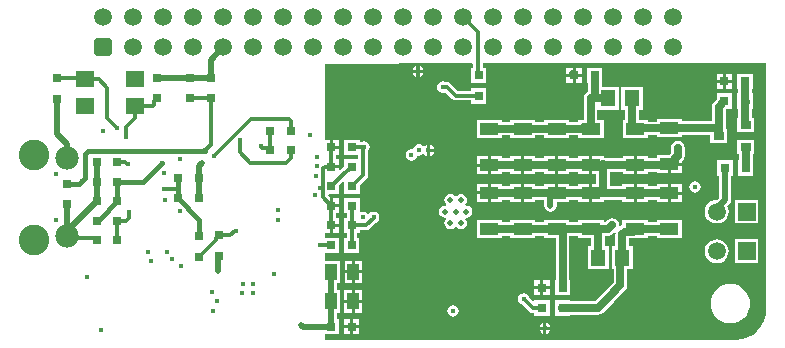
<source format=gbl>
G04*
G04 #@! TF.GenerationSoftware,Altium Limited,Altium Designer,20.2.5 (213)*
G04*
G04 Layer_Physical_Order=4*
G04 Layer_Color=16711680*
%FSLAX42Y42*%
%MOMM*%
G71*
G04*
G04 #@! TF.SameCoordinates,6F224850-DB23-45E0-B5EC-48CDDA7698CB*
G04*
G04*
G04 #@! TF.FilePolarity,Positive*
G04*
G01*
G75*
%ADD70R,0.95X0.65*%
%ADD71R,0.80X0.80*%
%ADD77R,0.80X0.80*%
%ADD91C,0.51*%
%ADD92C,0.64*%
%ADD93C,0.30*%
%ADD94C,0.43*%
%ADD95C,1.50*%
G04:AMPARAMS|DCode=96|XSize=1.5mm|YSize=1.5mm|CornerRadius=0.23mm|HoleSize=0mm|Usage=FLASHONLY|Rotation=0.000|XOffset=0mm|YOffset=0mm|HoleType=Round|Shape=RoundedRectangle|*
%AMROUNDEDRECTD96*
21,1,1.50,1.05,0,0,0.0*
21,1,1.05,1.50,0,0,0.0*
1,1,0.45,0.53,-0.53*
1,1,0.45,-0.53,-0.53*
1,1,0.45,-0.53,0.53*
1,1,0.45,0.53,0.53*
%
%ADD96ROUNDEDRECTD96*%
%ADD97R,1.50X1.50*%
%ADD98C,2.59*%
%ADD99C,1.97*%
%ADD100C,0.40*%
%ADD101C,0.45*%
%ADD102C,0.50*%
%ADD103R,1.30X1.40*%
%ADD104R,1.60X1.40*%
%ADD105R,1.65X1.02*%
%ADD106R,1.02X1.40*%
G36*
X6454Y300D02*
X6454Y297D01*
X6450Y250D01*
X6435Y203D01*
X6412Y159D01*
X6380Y120D01*
X6341Y88D01*
X6297Y65D01*
X6250Y50D01*
X6201Y46D01*
X6200Y46D01*
Y46D01*
X6195Y45D01*
X2720D01*
Y90D01*
X2835D01*
Y220D01*
X2822D01*
Y275D01*
X2844D01*
Y465D01*
X2822D01*
Y525D01*
X2846D01*
Y715D01*
X2720D01*
X2720Y780D01*
X2835D01*
Y910D01*
X2720D01*
Y947D01*
X2760D01*
Y1013D01*
X2772D01*
Y1025D01*
X2838D01*
Y1078D01*
X2814D01*
Y1115D01*
X2838D01*
Y1167D01*
X2773D01*
Y1180D01*
X2760D01*
Y1251D01*
X2744Y1267D01*
X2749Y1280D01*
X2838D01*
Y1352D01*
X2870Y1384D01*
X2882Y1379D01*
Y1280D01*
X3013D01*
Y1352D01*
X3023Y1362D01*
X3023Y1362D01*
X3072Y1411D01*
X3081Y1424D01*
X3084Y1440D01*
Y1643D01*
X3093Y1656D01*
X3096Y1675D01*
X3093Y1694D01*
X3082Y1710D01*
X3066Y1720D01*
X3048Y1724D01*
X3029Y1720D01*
X3026Y1718D01*
X3013Y1722D01*
Y1740D01*
X2882D01*
Y1610D01*
X3001D01*
Y1575D01*
X2880D01*
Y1511D01*
X2847Y1478D01*
X2835Y1483D01*
Y1497D01*
X2770D01*
Y1523D01*
X2835D01*
Y1575D01*
X2813D01*
Y1610D01*
X2838D01*
Y1662D01*
X2772D01*
Y1675D01*
X2760D01*
Y1740D01*
X2720D01*
Y2377D01*
X3967Y2390D01*
X3976Y2381D01*
Y2348D01*
X3955D01*
Y2217D01*
X4085D01*
Y2348D01*
X4059D01*
Y2391D01*
X4197Y2392D01*
X6454D01*
Y300D01*
D02*
G37*
%LPC*%
G36*
X3519Y2363D02*
Y2329D01*
X3552D01*
X3551Y2335D01*
X3541Y2351D01*
X3525Y2362D01*
X3519Y2363D01*
D02*
G37*
G36*
X3493D02*
X3487Y2362D01*
X3472Y2351D01*
X3461Y2335D01*
X3460Y2329D01*
X3493D01*
Y2363D01*
D02*
G37*
G36*
X4893Y2348D02*
X4840D01*
Y2295D01*
X4893D01*
Y2348D01*
D02*
G37*
G36*
X4815Y2348D02*
X4814Y2348D01*
X4762D01*
Y2296D01*
X4762Y2295D01*
X4815D01*
Y2348D01*
D02*
G37*
G36*
X3552Y2304D02*
X3519D01*
Y2270D01*
X3525Y2272D01*
X3541Y2282D01*
X3551Y2298D01*
X3552Y2304D01*
D02*
G37*
G36*
X3493D02*
X3460D01*
X3461Y2298D01*
X3472Y2282D01*
X3487Y2272D01*
X3493Y2270D01*
Y2304D01*
D02*
G37*
G36*
X6165Y2298D02*
X6113D01*
Y2245D01*
X6165D01*
Y2298D01*
D02*
G37*
G36*
X6087D02*
X6035D01*
Y2245D01*
X6087D01*
Y2298D01*
D02*
G37*
G36*
X4893Y2270D02*
X4840D01*
Y2217D01*
X4893D01*
Y2270D01*
D02*
G37*
G36*
X4815D02*
X4762D01*
Y2217D01*
X4815D01*
Y2270D01*
D02*
G37*
G36*
X6165Y2220D02*
X6113D01*
Y2167D01*
X6165D01*
Y2220D01*
D02*
G37*
G36*
X6087D02*
X6035D01*
Y2167D01*
X6087D01*
Y2220D01*
D02*
G37*
G36*
X3715Y2234D02*
X3696Y2230D01*
X3680Y2220D01*
X3670Y2204D01*
X3666Y2185D01*
X3670Y2166D01*
X3680Y2150D01*
X3696Y2140D01*
X3715Y2136D01*
X3734Y2140D01*
X3738Y2143D01*
X3798Y2083D01*
X3798Y2083D01*
X3812Y2074D01*
X3828Y2071D01*
X3955D01*
Y2042D01*
X4085D01*
Y2173D01*
X3955D01*
Y2154D01*
X3845D01*
X3784Y2214D01*
X3771Y2223D01*
X3755Y2226D01*
X3739D01*
X3734Y2230D01*
X3715Y2234D01*
D02*
G37*
G36*
X5068Y2348D02*
X4937D01*
Y2217D01*
X4944D01*
Y2143D01*
X4926Y2131D01*
X4914Y2112D01*
X4909Y2090D01*
Y1906D01*
X4862D01*
Y1891D01*
X4788D01*
Y1906D01*
X4572D01*
Y1891D01*
X4500D01*
Y1906D01*
X4285D01*
Y1891D01*
X4218D01*
Y1903D01*
X4002D01*
Y1751D01*
X4218D01*
Y1774D01*
X4285D01*
Y1754D01*
X4500D01*
Y1774D01*
X4572D01*
Y1754D01*
X4788D01*
Y1774D01*
X4862D01*
Y1754D01*
X5078D01*
Y1906D01*
X5026D01*
Y1992D01*
X5205D01*
Y2183D01*
X5061D01*
Y2217D01*
X5068D01*
Y2348D01*
D02*
G37*
G36*
X6340Y2298D02*
X6210D01*
Y2167D01*
X6217D01*
Y2130D01*
X6210D01*
Y2000D01*
X6217D01*
Y1923D01*
X6210D01*
Y1807D01*
X6274D01*
X6276Y1807D01*
X6283D01*
X6284Y1807D01*
X6355D01*
Y1923D01*
X6333D01*
Y2000D01*
X6340D01*
Y2051D01*
X6342Y2057D01*
X6340Y2062D01*
Y2130D01*
X6333D01*
Y2167D01*
X6340D01*
Y2298D01*
D02*
G37*
G36*
X5409Y2183D02*
X5228D01*
Y1992D01*
X5260D01*
Y1908D01*
X5240D01*
Y1756D01*
X5455D01*
Y1775D01*
X5527D01*
Y1759D01*
X5743D01*
Y1777D01*
X5980D01*
Y1712D01*
X6051D01*
X6053Y1712D01*
X6054Y1712D01*
X6125D01*
Y1828D01*
X6111D01*
Y1993D01*
X6117Y2000D01*
X6165D01*
Y2130D01*
X6035D01*
Y2082D01*
X6011Y2059D01*
X5999Y2040D01*
X5994Y2017D01*
Y1893D01*
X5743D01*
Y1911D01*
X5527D01*
Y1892D01*
X5455D01*
Y1908D01*
X5376D01*
Y1992D01*
X5409D01*
Y2183D01*
D02*
G37*
G36*
X2838Y1740D02*
X2785D01*
Y1688D01*
X2838D01*
Y1740D01*
D02*
G37*
G36*
X3608Y1694D02*
Y1660D01*
X3641D01*
X3640Y1666D01*
X3630Y1682D01*
X3614Y1693D01*
X3608Y1694D01*
D02*
G37*
G36*
X3512Y1701D02*
X3494Y1698D01*
X3478Y1687D01*
X3467Y1671D01*
X3464Y1656D01*
X3450Y1659D01*
X3431Y1655D01*
X3415Y1645D01*
X3405Y1629D01*
X3401Y1610D01*
X3405Y1591D01*
X3415Y1575D01*
X3431Y1565D01*
X3450Y1561D01*
X3469Y1565D01*
X3485Y1575D01*
X3495Y1591D01*
X3498Y1607D01*
X3512Y1604D01*
X3531Y1607D01*
X3543Y1616D01*
X3559Y1615D01*
X3560Y1613D01*
X3576Y1602D01*
X3582Y1601D01*
Y1648D01*
Y1694D01*
X3576Y1693D01*
X3564Y1684D01*
X3548Y1685D01*
X3547Y1687D01*
X3531Y1698D01*
X3512Y1701D01*
D02*
G37*
G36*
X3641Y1635D02*
X3608D01*
Y1601D01*
X3614Y1602D01*
X3630Y1613D01*
X3640Y1629D01*
X3641Y1635D01*
D02*
G37*
G36*
X5705Y1728D02*
X5683Y1724D01*
X5664Y1711D01*
X5651Y1692D01*
X5647Y1670D01*
Y1624D01*
X5645Y1622D01*
X5634Y1606D01*
X5527D01*
Y1586D01*
X5455D01*
Y1604D01*
X5360D01*
Y1527D01*
Y1451D01*
X5455D01*
Y1469D01*
X5527D01*
Y1454D01*
X5622D01*
Y1530D01*
X5635D01*
Y1543D01*
X5743D01*
Y1544D01*
X5744Y1549D01*
Y1557D01*
X5746Y1559D01*
X5759Y1578D01*
X5763Y1600D01*
Y1670D01*
X5759Y1692D01*
X5746Y1711D01*
X5727Y1724D01*
X5705Y1728D01*
D02*
G37*
G36*
X5335Y1604D02*
X5240D01*
Y1586D01*
X5082D01*
X5078Y1587D01*
Y1601D01*
X4983D01*
Y1525D01*
Y1449D01*
X5012D01*
Y1366D01*
X4983D01*
Y1290D01*
Y1214D01*
X5078D01*
Y1229D01*
X5237D01*
Y1209D01*
X5332D01*
Y1285D01*
Y1361D01*
X5237D01*
Y1346D01*
X5128D01*
Y1469D01*
X5240D01*
Y1451D01*
X5335D01*
Y1527D01*
Y1604D01*
D02*
G37*
G36*
X4957Y1601D02*
X4862D01*
Y1583D01*
X4788D01*
Y1601D01*
X4693D01*
Y1525D01*
Y1449D01*
X4788D01*
Y1467D01*
X4862D01*
Y1449D01*
X4957D01*
Y1525D01*
Y1601D01*
D02*
G37*
G36*
X4380Y1601D02*
X4285D01*
Y1583D01*
X4218D01*
Y1599D01*
X4123D01*
Y1523D01*
Y1446D01*
X4218D01*
Y1467D01*
X4285D01*
Y1449D01*
X4380D01*
Y1525D01*
Y1601D01*
D02*
G37*
G36*
X4097Y1599D02*
X4002D01*
Y1535D01*
X4097D01*
Y1599D01*
D02*
G37*
G36*
X5743Y1518D02*
X5648D01*
Y1454D01*
X5743D01*
Y1518D01*
D02*
G37*
G36*
X4500Y1601D02*
X4405D01*
Y1525D01*
Y1449D01*
X4500D01*
Y1467D01*
X4572D01*
Y1449D01*
X4667D01*
Y1525D01*
Y1601D01*
X4572D01*
Y1583D01*
X4500D01*
Y1601D01*
D02*
G37*
G36*
X4097Y1510D02*
X4002D01*
Y1446D01*
X4097D01*
Y1510D01*
D02*
G37*
G36*
X6283Y1733D02*
X6282D01*
X6280Y1733D01*
X6210D01*
Y1617D01*
X6223D01*
Y1565D01*
X6215D01*
Y1435D01*
X6345D01*
Y1565D01*
X6340D01*
Y1617D01*
X6355D01*
Y1733D01*
X6284D01*
X6283Y1733D01*
D02*
G37*
G36*
X4957Y1366D02*
X4862D01*
Y1348D01*
X4788D01*
Y1366D01*
X4693D01*
Y1290D01*
X4667D01*
Y1366D01*
X4572D01*
Y1348D01*
X4535D01*
X4522Y1346D01*
X4510Y1348D01*
X4500D01*
Y1366D01*
X4405D01*
Y1290D01*
Y1214D01*
X4500D01*
Y1232D01*
X4510D01*
X4522Y1234D01*
X4535Y1232D01*
X4572D01*
Y1214D01*
X4576D01*
Y1180D01*
X4580Y1160D01*
X4591Y1143D01*
X4608Y1132D01*
X4628Y1128D01*
X4647Y1132D01*
X4664Y1143D01*
X4675Y1160D01*
X4679Y1180D01*
Y1214D01*
X4788D01*
Y1232D01*
X4862D01*
Y1214D01*
X4957D01*
Y1290D01*
Y1366D01*
D02*
G37*
G36*
X4380D02*
X4285D01*
Y1348D01*
X4218D01*
Y1366D01*
X4123D01*
Y1290D01*
Y1214D01*
X4218D01*
Y1232D01*
X4285D01*
Y1214D01*
X4380D01*
Y1290D01*
Y1366D01*
D02*
G37*
G36*
X4097D02*
X4002D01*
Y1303D01*
X4097D01*
Y1366D01*
D02*
G37*
G36*
X5743Y1361D02*
X5648D01*
Y1298D01*
X5743D01*
Y1361D01*
D02*
G37*
G36*
X5850Y1388D02*
X5831Y1384D01*
X5815Y1373D01*
X5805Y1357D01*
X5801Y1339D01*
X5805Y1320D01*
X5815Y1304D01*
X5831Y1294D01*
X5850Y1290D01*
X5869Y1294D01*
X5885Y1304D01*
X5895Y1320D01*
X5899Y1339D01*
X5895Y1357D01*
X5885Y1373D01*
X5869Y1384D01*
X5850Y1388D01*
D02*
G37*
G36*
X3871Y1279D02*
X3851Y1275D01*
X3834Y1264D01*
X3832Y1260D01*
X3819D01*
X3816Y1264D01*
X3800Y1275D01*
X3780Y1279D01*
X3760Y1275D01*
X3744Y1264D01*
X3733Y1247D01*
X3729Y1227D01*
X3733Y1208D01*
X3743Y1193D01*
X3740Y1187D01*
X3736Y1181D01*
X3735Y1181D01*
X3715Y1177D01*
X3698Y1166D01*
X3687Y1150D01*
X3683Y1130D01*
X3687Y1110D01*
X3698Y1094D01*
X3715Y1083D01*
X3735Y1079D01*
X3736Y1079D01*
X3740Y1073D01*
X3743Y1067D01*
X3733Y1052D01*
X3729Y1032D01*
X3733Y1013D01*
X3744Y996D01*
X3760Y985D01*
X3780Y981D01*
X3800Y985D01*
X3816Y996D01*
X3819Y1000D01*
X3832D01*
X3834Y996D01*
X3851Y985D01*
X3871Y981D01*
X3890Y985D01*
X3907Y996D01*
X3918Y1013D01*
X3922Y1032D01*
X3918Y1052D01*
X3908Y1067D01*
X3910Y1073D01*
X3914Y1079D01*
X3916Y1079D01*
X3935Y1083D01*
X3952Y1094D01*
X3963Y1110D01*
X3967Y1130D01*
X3963Y1150D01*
X3952Y1166D01*
X3935Y1177D01*
X3916Y1181D01*
X3914Y1181D01*
X3910Y1187D01*
X3908Y1193D01*
X3918Y1208D01*
X3922Y1227D01*
X3918Y1247D01*
X3907Y1264D01*
X3890Y1275D01*
X3871Y1279D01*
D02*
G37*
G36*
X6170Y1565D02*
X6040D01*
Y1435D01*
X6053D01*
Y1248D01*
X6036Y1231D01*
X6035Y1231D01*
X6009Y1228D01*
X5984Y1218D01*
X5963Y1202D01*
X5947Y1181D01*
X5937Y1156D01*
X5934Y1130D01*
X5937Y1104D01*
X5947Y1079D01*
X5963Y1058D01*
X5984Y1042D01*
X6009Y1032D01*
X6035Y1029D01*
X6061Y1032D01*
X6086Y1042D01*
X6107Y1058D01*
X6123Y1079D01*
X6133Y1104D01*
X6136Y1130D01*
X6133Y1156D01*
X6125Y1174D01*
X6142Y1190D01*
X6153Y1207D01*
X6157Y1227D01*
Y1435D01*
X6170D01*
Y1565D01*
D02*
G37*
G36*
X4097Y1277D02*
X4002D01*
Y1214D01*
X4097D01*
Y1277D01*
D02*
G37*
G36*
X5743Y1272D02*
X5648D01*
Y1209D01*
X5743D01*
Y1272D01*
D02*
G37*
G36*
X5453Y1361D02*
X5358D01*
Y1285D01*
Y1209D01*
X5453D01*
Y1229D01*
X5527D01*
Y1209D01*
X5622D01*
Y1285D01*
Y1361D01*
X5527D01*
Y1346D01*
X5453D01*
Y1361D01*
D02*
G37*
G36*
X2838Y1245D02*
X2785D01*
Y1193D01*
X2838D01*
Y1245D01*
D02*
G37*
G36*
X5150Y1076D02*
X5128Y1071D01*
X5109Y1059D01*
X5094Y1043D01*
X5078D01*
Y1061D01*
X4862D01*
Y1041D01*
X4788D01*
Y1061D01*
X4572D01*
Y1041D01*
X4500D01*
Y1061D01*
X4285D01*
Y1043D01*
X4218D01*
Y1061D01*
X4002D01*
Y909D01*
X4218D01*
Y927D01*
X4285D01*
Y909D01*
X4500D01*
Y924D01*
X4572D01*
Y909D01*
X4672D01*
Y550D01*
X4665D01*
Y420D01*
X4795D01*
Y479D01*
X4797Y485D01*
Y493D01*
X4795Y499D01*
Y550D01*
X4788D01*
Y924D01*
X4862D01*
Y909D01*
X4975D01*
Y835D01*
X4943D01*
Y645D01*
X5124D01*
Y835D01*
X5092D01*
Y927D01*
X5118D01*
X5140Y931D01*
X5159Y944D01*
X5168Y953D01*
X5180Y947D01*
X5178Y940D01*
Y835D01*
X5146D01*
Y645D01*
X5162D01*
Y529D01*
X5083Y450D01*
X5003Y371D01*
X4795D01*
Y378D01*
X4665D01*
Y247D01*
X4795D01*
Y254D01*
X5028D01*
X5050Y259D01*
X5069Y271D01*
X5165Y368D01*
X5261Y464D01*
X5274Y483D01*
X5278Y505D01*
Y645D01*
X5327D01*
Y835D01*
X5295D01*
Y903D01*
X5326D01*
X5332Y904D01*
X5453D01*
Y922D01*
X5527D01*
Y904D01*
X5743D01*
Y1056D01*
X5527D01*
Y1038D01*
X5453D01*
Y1056D01*
X5237D01*
Y1015D01*
X5235Y1015D01*
X5219Y1004D01*
X5211Y1007D01*
X5207Y1011D01*
X5208Y1018D01*
X5204Y1040D01*
X5191Y1059D01*
X5172Y1071D01*
X5150Y1076D01*
D02*
G37*
G36*
X6389Y1230D02*
X6189D01*
Y1030D01*
X6389D01*
Y1230D01*
D02*
G37*
G36*
X2838Y1000D02*
X2785D01*
Y947D01*
X2838D01*
Y1000D01*
D02*
G37*
G36*
X3013Y1245D02*
X2882D01*
Y1115D01*
X2905D01*
Y1078D01*
X2882D01*
Y947D01*
X2905D01*
Y910D01*
X2880D01*
Y780D01*
X3010D01*
Y910D01*
X2988D01*
Y947D01*
X3013D01*
Y971D01*
X3065D01*
X3081Y974D01*
X3094Y983D01*
X3145Y1034D01*
X3149Y1035D01*
X3165Y1045D01*
X3175Y1061D01*
X3179Y1080D01*
X3175Y1099D01*
X3165Y1115D01*
X3149Y1125D01*
X3130Y1129D01*
X3111Y1125D01*
X3095Y1115D01*
X3093Y1110D01*
X3080D01*
X3077Y1115D01*
X3061Y1125D01*
X3042Y1129D01*
X3026Y1125D01*
X3016Y1129D01*
X3013Y1131D01*
Y1245D01*
D02*
G37*
G36*
X6389Y895D02*
X6189D01*
Y695D01*
X6389D01*
Y895D01*
D02*
G37*
G36*
X6035Y896D02*
X6009Y893D01*
X5984Y883D01*
X5963Y867D01*
X5947Y846D01*
X5937Y821D01*
X5934Y795D01*
X5937Y769D01*
X5947Y744D01*
X5963Y723D01*
X5984Y707D01*
X6009Y697D01*
X6035Y694D01*
X6061Y697D01*
X6086Y707D01*
X6107Y723D01*
X6123Y744D01*
X6133Y769D01*
X6136Y795D01*
X6133Y821D01*
X6123Y846D01*
X6107Y867D01*
X6086Y883D01*
X6061Y893D01*
X6035Y896D01*
D02*
G37*
G36*
X3036Y715D02*
X2973D01*
Y633D01*
X3036D01*
Y715D01*
D02*
G37*
G36*
X2947D02*
X2884D01*
Y633D01*
X2947D01*
Y715D01*
D02*
G37*
G36*
X3036Y607D02*
X2973D01*
Y525D01*
X3036D01*
Y607D01*
D02*
G37*
G36*
X2947D02*
X2884D01*
Y525D01*
X2947D01*
Y607D01*
D02*
G37*
G36*
X4620Y550D02*
X4568D01*
Y498D01*
X4620D01*
Y550D01*
D02*
G37*
G36*
X4542D02*
X4490D01*
Y498D01*
X4542D01*
Y550D01*
D02*
G37*
G36*
X4620Y472D02*
X4568D01*
Y420D01*
X4620D01*
Y472D01*
D02*
G37*
G36*
X4542D02*
X4490D01*
Y420D01*
X4542D01*
Y472D01*
D02*
G37*
G36*
X3034Y465D02*
X2971D01*
Y383D01*
X3034D01*
Y465D01*
D02*
G37*
G36*
X2945D02*
X2882D01*
Y383D01*
X2945D01*
Y465D01*
D02*
G37*
G36*
X3034Y357D02*
X2971D01*
Y275D01*
X3034D01*
Y357D01*
D02*
G37*
G36*
X2945D02*
X2882D01*
Y275D01*
X2945D01*
Y357D01*
D02*
G37*
G36*
X4400Y439D02*
X4381Y435D01*
X4365Y425D01*
X4355Y409D01*
X4351Y390D01*
X4355Y371D01*
X4365Y355D01*
X4381Y345D01*
X4388Y344D01*
X4448Y283D01*
X4462Y274D01*
X4477Y271D01*
X4490D01*
Y247D01*
X4620D01*
Y378D01*
X4490D01*
Y376D01*
X4478Y371D01*
X4446Y402D01*
X4445Y409D01*
X4435Y425D01*
X4419Y435D01*
X4400Y439D01*
D02*
G37*
G36*
X3803Y336D02*
X3784Y333D01*
X3768Y322D01*
X3757Y306D01*
X3754Y288D01*
X3757Y269D01*
X3768Y253D01*
X3784Y242D01*
X3803Y239D01*
X3821Y242D01*
X3837Y253D01*
X3848Y269D01*
X3851Y288D01*
X3848Y306D01*
X3837Y322D01*
X3821Y333D01*
X3803Y336D01*
D02*
G37*
G36*
X6150Y516D02*
X6118Y513D01*
X6086Y504D01*
X6058Y488D01*
X6032Y468D01*
X6012Y442D01*
X5996Y414D01*
X5987Y382D01*
X5984Y350D01*
X5987Y318D01*
X5996Y286D01*
X6012Y258D01*
X6032Y232D01*
X6058Y212D01*
X6086Y196D01*
X6118Y187D01*
X6150Y184D01*
X6182Y187D01*
X6214Y196D01*
X6242Y212D01*
X6268Y232D01*
X6288Y258D01*
X6304Y286D01*
X6313Y318D01*
X6316Y350D01*
X6313Y382D01*
X6304Y414D01*
X6288Y442D01*
X6268Y468D01*
X6242Y488D01*
X6214Y504D01*
X6182Y513D01*
X6150Y516D01*
D02*
G37*
G36*
X3010Y220D02*
X2958D01*
Y168D01*
X3010D01*
Y220D01*
D02*
G37*
G36*
X2932D02*
X2880D01*
Y168D01*
X2932D01*
Y220D01*
D02*
G37*
G36*
X4593Y189D02*
Y155D01*
X4626D01*
X4625Y161D01*
X4615Y177D01*
X4599Y188D01*
X4593Y189D01*
D02*
G37*
G36*
X4567D02*
X4561Y188D01*
X4545Y177D01*
X4535Y161D01*
X4534Y155D01*
X4567D01*
Y189D01*
D02*
G37*
G36*
X4626Y130D02*
X4593D01*
Y96D01*
X4599Y97D01*
X4615Y108D01*
X4625Y124D01*
X4626Y130D01*
D02*
G37*
G36*
X4567D02*
X4534D01*
X4535Y124D01*
X4545Y108D01*
X4561Y97D01*
X4567Y96D01*
Y130D01*
D02*
G37*
G36*
X3010Y142D02*
X2958D01*
Y90D01*
X3010D01*
Y142D01*
D02*
G37*
G36*
X2932D02*
X2880D01*
Y90D01*
X2932D01*
Y142D01*
D02*
G37*
%LPD*%
D70*
X6053Y1770D02*
D03*
X6283Y1675D02*
D03*
Y1865D02*
D03*
D71*
X6105Y1500D02*
D03*
X6280D02*
D03*
X6100Y2233D02*
D03*
X6275D02*
D03*
X6275Y2065D02*
D03*
X6100D02*
D03*
X1650Y1243D02*
D03*
X1475D02*
D03*
X1650Y1415D02*
D03*
X1475D02*
D03*
X785Y885D02*
D03*
X960D02*
D03*
X788Y1218D02*
D03*
X962D02*
D03*
X785Y1383D02*
D03*
X960D02*
D03*
X960Y1550D02*
D03*
X785D02*
D03*
X2427Y1647D02*
D03*
X2252D02*
D03*
X2773Y1180D02*
D03*
X2948D02*
D03*
X2770Y845D02*
D03*
X2945D02*
D03*
X2947Y1013D02*
D03*
X2772D02*
D03*
X4730Y313D02*
D03*
X4555D02*
D03*
X960Y1053D02*
D03*
X785D02*
D03*
X2770Y1510D02*
D03*
X2945D02*
D03*
X5002Y2283D02*
D03*
X4827D02*
D03*
X4555Y485D02*
D03*
X4730D02*
D03*
X2427Y1812D02*
D03*
X2252D02*
D03*
X2947Y1675D02*
D03*
X2772D02*
D03*
X2948Y1345D02*
D03*
X2773D02*
D03*
X2945Y155D02*
D03*
X2770D02*
D03*
D77*
X4020Y2108D02*
D03*
Y2283D02*
D03*
X1655Y748D02*
D03*
Y923D02*
D03*
X1825Y753D02*
D03*
Y928D02*
D03*
X532Y1365D02*
D03*
Y1190D02*
D03*
X448Y2083D02*
D03*
Y2258D02*
D03*
X1750Y2265D02*
D03*
Y2090D02*
D03*
X1577Y2265D02*
D03*
Y2090D02*
D03*
X1300Y2262D02*
D03*
Y2088D02*
D03*
D91*
X6105Y1227D02*
Y1500D01*
X6035Y1157D02*
X6105Y1227D01*
X6035Y1130D02*
Y1157D01*
X1301Y2264D02*
X1749D01*
X4628Y1180D02*
Y1275D01*
X4642Y1290D01*
X1817Y630D02*
Y745D01*
X1825Y753D01*
X1750Y2265D02*
Y2413D01*
X1858Y2521D01*
X1300Y2262D02*
X1301Y2264D01*
X1749D02*
X1750Y2265D01*
X535Y1580D02*
X538Y1582D01*
Y1700D01*
X448Y1789D02*
Y2083D01*
Y1789D02*
X538Y1700D01*
X1650Y1415D02*
Y1512D01*
X1680Y1542D01*
X532Y1190D02*
X534Y1189D01*
Y921D02*
Y1189D01*
Y921D02*
X535Y920D01*
X786Y1219D02*
Y1549D01*
X563Y993D02*
X788Y1218D01*
X563Y948D02*
Y993D01*
X535Y920D02*
X563Y948D01*
X2770Y155D02*
Y620D01*
X2530Y155D02*
X2770D01*
X2512Y173D02*
X2530Y155D01*
X2770Y155D02*
X2770Y155D01*
X4510Y1290D02*
X4535D01*
X785Y1550D02*
X786Y1549D01*
Y1219D02*
X788Y1218D01*
X1650Y1243D02*
Y1415D01*
D92*
X5639Y1841D02*
X5645Y1835D01*
X5347Y1832D02*
X5349Y1834D01*
X5634D01*
X5635Y1835D01*
X4392Y983D02*
X4714D01*
X4110Y985D02*
X4392D01*
X4714Y983D02*
X4970D01*
X4738Y485D02*
Y493D01*
X5002Y985D02*
X5118D01*
X4970D02*
X5002D01*
X5118D02*
X5150Y1018D01*
X5124Y409D02*
X5220Y505D01*
X5028Y313D02*
X5124Y409D01*
X5345Y980D02*
X5635D01*
X5635Y980D01*
X5220Y723D02*
X5237Y740D01*
X5220Y505D02*
Y723D01*
X4730Y313D02*
X5028D01*
X4714Y983D02*
X4730Y966D01*
X4711Y985D02*
X4714Y983D01*
X4730Y485D02*
Y966D01*
X4680Y985D02*
X4711D01*
X5237Y740D02*
Y940D01*
X5326Y961D02*
X5345Y980D01*
X5257Y961D02*
X5326D01*
X5237Y940D02*
X5257Y961D01*
X5033Y740D02*
Y954D01*
X5002Y985D02*
X5033Y954D01*
X5000Y2090D02*
X5097D01*
X4967D02*
X5000D01*
X4967Y1830D02*
Y2090D01*
X5002Y2092D02*
Y2283D01*
X5000Y2090D02*
X5002Y2092D01*
X5318Y1851D02*
Y2088D01*
Y1851D02*
X5337Y1832D01*
X5347D01*
X5097Y2090D02*
X5107Y2080D01*
X5070Y1528D02*
X5632D01*
X5635Y1530D02*
X5667D01*
X5686Y1549D01*
Y1581D01*
X5705Y1600D01*
Y1670D01*
X4970Y1290D02*
X5070D01*
X4680D02*
X4970D01*
X5070D02*
Y1528D01*
X4972Y1288D02*
X5633D01*
X4970Y1290D02*
X4972Y1288D01*
X5633D02*
X5635Y1285D01*
X4970Y1525D02*
X5065D01*
X4115D02*
X4970D01*
X5068Y1528D02*
X5070Y1530D01*
X5065Y1525D02*
X5068Y1528D01*
X5070D02*
Y1530D01*
X4970Y1525D02*
X4973Y1528D01*
X4970Y1525D02*
X4970Y1525D01*
X5068Y1528D02*
X5070D01*
X4973D02*
X5068D01*
X5632D02*
X5635Y1530D01*
X6053Y1842D02*
Y2017D01*
Y1770D02*
Y1842D01*
X5645Y1835D02*
X6045D01*
X5635D02*
X5645D01*
X6045D02*
X6053Y1842D01*
Y2017D02*
X6098Y2062D01*
X6282Y1675D02*
X6283D01*
X6281Y1674D02*
X6282Y1675D01*
X6281Y1501D02*
Y1674D01*
X6280Y1500D02*
X6281Y1501D01*
X6276Y1865D02*
X6283D01*
X6275Y1866D02*
Y2233D01*
Y1866D02*
X6276Y1865D01*
X6274Y2231D02*
X6275Y2233D01*
X6275Y2065D02*
X6276Y2066D01*
X6275Y2065D02*
X6283Y2057D01*
X4110Y1832D02*
X4905D01*
X4642Y1290D02*
X4680D01*
X4535D02*
X4642D01*
X4110D02*
X4392D01*
X4110Y1520D02*
X4115Y1525D01*
X4392Y1290D02*
X4510D01*
X4900Y1837D02*
X4905Y1832D01*
X4727Y315D02*
X4730Y313D01*
X4819Y2291D02*
X4827Y2283D01*
X5002D02*
X5005Y2285D01*
X5107Y2080D02*
X5115Y2088D01*
X5318D02*
X5324Y2081D01*
D93*
X4477Y313D02*
X4555D01*
X4400Y390D02*
X4477Y313D01*
X2946Y846D02*
Y1179D01*
X2699Y1253D02*
Y1485D01*
X4015Y2112D02*
X4020Y2108D01*
X3828Y2112D02*
X4015D01*
X4017Y2285D02*
X4020Y2283D01*
X3715Y2185D02*
X3755D01*
X3828Y2112D01*
Y2112D02*
Y2112D01*
X768Y902D02*
X785Y885D01*
X553Y902D02*
X768D01*
X535Y920D02*
X553Y902D01*
X2390Y1545D02*
X2427Y1582D01*
Y1647D01*
X2088Y1545D02*
X2390D01*
X1998Y1635D02*
Y1733D01*
Y1635D02*
X2088Y1545D01*
X1710Y1653D02*
X1747Y1690D01*
X1750D01*
X1706Y1653D02*
X1710D01*
X2770Y620D02*
X2770Y620D01*
X2769Y620D02*
X2770Y620D01*
X2947Y1013D02*
X3065D01*
X3130Y1078D02*
Y1080D01*
X3065Y1013D02*
X3130Y1078D01*
X3025Y1675D02*
X3042Y1657D01*
X2947Y1675D02*
X3025D01*
X3042Y1440D02*
Y1657D01*
X2706Y1498D02*
X2717Y1510D01*
X2706Y1492D02*
Y1498D01*
X2699Y1485D02*
X2706Y1492D01*
X2699Y1253D02*
X2773Y1180D01*
X2092Y1915D02*
X2410D01*
X2427Y1812D02*
Y1897D01*
X2410Y1915D02*
X2427Y1897D01*
X1775Y1598D02*
X2092Y1915D01*
X2228Y1672D02*
X2252Y1647D01*
X2187Y1672D02*
X2228D01*
X2176Y1683D02*
X2187Y1672D01*
X2173Y1683D02*
X2176D01*
X2252Y1812D02*
X2252Y1812D01*
X2252Y1647D02*
Y1812D01*
X2252Y1647D02*
X2252Y1647D01*
X2770Y1510D02*
X2770Y1510D01*
X2717Y1510D02*
X2770D01*
X2772Y1013D02*
X2773Y1013D01*
Y1180D01*
X2773Y1180D01*
X2946Y1179D02*
X2948Y1180D01*
X2945Y845D02*
X2946Y846D01*
X2994Y1391D02*
X2994D01*
X3042Y1440D01*
X2948Y1345D02*
X2994Y1391D01*
X2773Y1345D02*
X2913Y1485D01*
X2920D01*
X2945Y1510D01*
X2771Y1674D02*
X2772Y1675D01*
X2771Y1511D02*
Y1674D01*
X2770Y1510D02*
X2771Y1511D01*
X3890Y2775D02*
X4017Y2648D01*
Y2285D02*
Y2648D01*
X1918Y928D02*
X1959Y968D01*
X1825Y928D02*
X1918D01*
X1959Y968D02*
X1962D01*
X2679Y843D02*
X2681Y845D01*
X2770D01*
X1352Y1323D02*
X1469D01*
X1475Y1329D01*
X1750Y1690D02*
Y2090D01*
X1577D02*
X1750D01*
X960Y1053D02*
X1035D01*
X1057Y1125D02*
X1060Y1127D01*
X1057Y1075D02*
Y1125D01*
X1035Y1053D02*
X1057Y1075D01*
X687Y2258D02*
X690Y2255D01*
X448Y2258D02*
X687D01*
X690Y2255D02*
X693Y2252D01*
X802D01*
X877Y1918D02*
X955Y1840D01*
X877Y1918D02*
Y2178D01*
X802Y2252D02*
X877Y2178D01*
X1110Y2025D02*
X1264D01*
X1275Y2063D02*
X1300Y2088D01*
X1275Y2036D02*
Y2063D01*
X1264Y2025D02*
X1275Y2036D01*
X1110Y1925D02*
Y2025D01*
X1035Y1850D02*
X1110Y1925D01*
X1035Y1758D02*
Y1850D01*
X960Y1550D02*
X962Y1552D01*
X1026D01*
X1046Y1532D02*
X1050D01*
X1026Y1552D02*
X1046Y1532D01*
X1655Y748D02*
X1800Y893D01*
Y903D01*
X1825Y928D01*
X960Y1053D02*
X960Y1053D01*
Y885D02*
Y1053D01*
Y885D02*
X960Y885D01*
D94*
X685Y1415D02*
Y1617D01*
X1208Y1642D02*
X1706D01*
X1208Y1642D02*
X1208Y1642D01*
X710Y1642D02*
X1208D01*
X685Y1617D02*
X710Y1642D01*
X660Y1390D02*
X685Y1415D01*
X660Y1390D02*
Y1390D01*
X1338Y1540D02*
Y1541D01*
X1180Y1383D02*
X1338Y1540D01*
X660Y1390D02*
X660D01*
X532Y1365D02*
X635D01*
X660Y1390D01*
X960Y1383D02*
X1180D01*
X1475Y1329D02*
Y1415D01*
Y1243D02*
Y1329D01*
Y1243D02*
X1655Y1062D01*
Y923D02*
Y1062D01*
X816Y1071D02*
X962Y1218D01*
X803Y1071D02*
X816D01*
X785Y1053D02*
X803Y1071D01*
X960Y1383D02*
X961Y1381D01*
Y1219D02*
Y1381D01*
Y1219D02*
X962Y1218D01*
D95*
X4144Y2775D02*
D03*
X4398D02*
D03*
X4652D02*
D03*
X4906D02*
D03*
X5668D02*
D03*
X5414D02*
D03*
X5160D02*
D03*
Y2521D02*
D03*
X5414D02*
D03*
X5668D02*
D03*
X4906D02*
D03*
X4652D02*
D03*
X4398D02*
D03*
X4144D02*
D03*
X2112D02*
D03*
X1096D02*
D03*
X2366D02*
D03*
X1350D02*
D03*
X2620D02*
D03*
X1604D02*
D03*
X2874D02*
D03*
X1858D02*
D03*
X3128D02*
D03*
X3890D02*
D03*
X3636D02*
D03*
X3382D02*
D03*
Y2775D02*
D03*
X3636D02*
D03*
X3890D02*
D03*
X3128D02*
D03*
X1858D02*
D03*
X2874D02*
D03*
X1604D02*
D03*
X2620D02*
D03*
X1350D02*
D03*
X2366D02*
D03*
X1096D02*
D03*
X2112D02*
D03*
X842D02*
D03*
X6035Y1130D02*
D03*
X6035Y795D02*
D03*
D96*
X842Y2521D02*
D03*
D97*
X6289Y1130D02*
D03*
X6289Y795D02*
D03*
D98*
X255Y1610D02*
D03*
Y890D02*
D03*
D99*
X535Y1580D02*
D03*
Y920D02*
D03*
D100*
X445Y1445D02*
D03*
Y1055D02*
D03*
D101*
X3803Y288D02*
D03*
X5124Y409D02*
D03*
X4580Y142D02*
D03*
X4400Y390D02*
D03*
X5150Y1018D02*
D03*
X5850Y1339D02*
D03*
X4967Y2090D02*
D03*
X4628Y1180D02*
D03*
X3715Y2185D02*
D03*
X1817Y630D02*
D03*
X3506Y2317D02*
D03*
X2110Y518D02*
D03*
X653Y1082D02*
D03*
X1680Y1542D02*
D03*
X1706Y1653D02*
D03*
X1489Y1574D02*
D03*
X1360Y1225D02*
D03*
X1998Y1733D02*
D03*
X2512Y173D02*
D03*
X2108Y443D02*
D03*
X2020D02*
D03*
X2023Y515D02*
D03*
X3512Y1652D02*
D03*
X3130Y1080D02*
D03*
X3042D02*
D03*
X3048Y1675D02*
D03*
X3450Y1610D02*
D03*
X3595Y1648D02*
D03*
X2650Y1515D02*
D03*
X2648Y1595D02*
D03*
X2677Y1332D02*
D03*
X5705Y1670D02*
D03*
X1338Y1541D02*
D03*
X1355Y1457D02*
D03*
X1775Y1598D02*
D03*
X2642Y1432D02*
D03*
X2595Y1780D02*
D03*
X2317Y1143D02*
D03*
X1488Y1132D02*
D03*
X2320Y1060D02*
D03*
X2636Y1272D02*
D03*
X1962Y968D02*
D03*
X1377Y788D02*
D03*
X2679Y845D02*
D03*
X700Y575D02*
D03*
X1352Y1323D02*
D03*
X1498Y672D02*
D03*
X1770Y285D02*
D03*
X1248Y710D02*
D03*
X1223Y788D02*
D03*
X1425Y728D02*
D03*
X1808Y370D02*
D03*
X1762Y450D02*
D03*
X2283Y600D02*
D03*
X1060Y1127D02*
D03*
X825Y130D02*
D03*
X843Y1808D02*
D03*
X660Y1390D02*
D03*
X955Y1840D02*
D03*
X1050Y1532D02*
D03*
X1035Y1758D02*
D03*
X2173Y1683D02*
D03*
D102*
X3780Y1227D02*
D03*
X3871D02*
D03*
Y1032D02*
D03*
X3825Y1130D02*
D03*
X3780Y1032D02*
D03*
X3735Y1130D02*
D03*
X3916D02*
D03*
D103*
X5033Y740D02*
D03*
X5237D02*
D03*
X5318Y2088D02*
D03*
X5115D02*
D03*
D104*
X690Y2255D02*
D03*
X1110D02*
D03*
Y2025D02*
D03*
X690D02*
D03*
D105*
X5635Y1530D02*
D03*
Y1835D02*
D03*
X5347Y1527D02*
D03*
Y1832D02*
D03*
X4110Y1523D02*
D03*
Y1827D02*
D03*
X4392Y1525D02*
D03*
Y1830D02*
D03*
X4680Y1525D02*
D03*
Y1830D02*
D03*
X4970Y1525D02*
D03*
Y1830D02*
D03*
X5635Y980D02*
D03*
Y1285D02*
D03*
X5345Y980D02*
D03*
Y1285D02*
D03*
X4970Y985D02*
D03*
Y1290D02*
D03*
X4680Y985D02*
D03*
Y1290D02*
D03*
X4392Y985D02*
D03*
Y1290D02*
D03*
X4110Y985D02*
D03*
Y1290D02*
D03*
D106*
X2958Y370D02*
D03*
X2767D02*
D03*
X2960Y620D02*
D03*
X2769D02*
D03*
M02*

</source>
